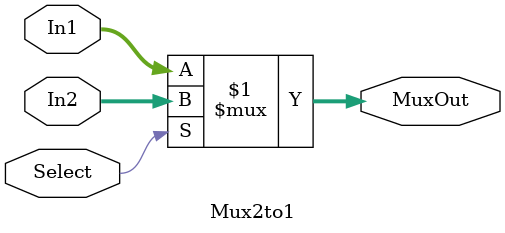
<source format=v>
`timescale 1ns/1ns

module Mux2to1(
  input Select, 
  input [31:0] In1, In2,
  output [31:0] MuxOut);
  assign MuxOut = Select ? In2 : In1; //input 0 goes first
endmodule
</source>
